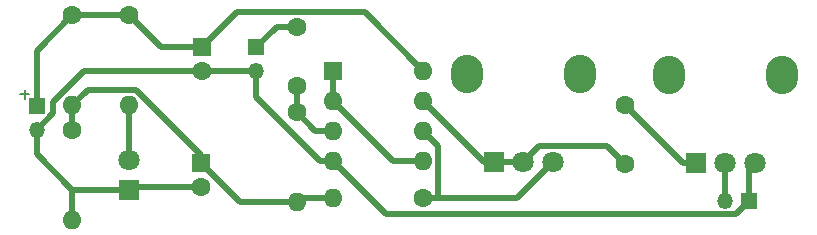
<source format=gbr>
%TF.GenerationSoftware,KiCad,Pcbnew,8.0.3*%
%TF.CreationDate,2024-07-24T13:51:14+03:00*%
%TF.ProjectId,TPA-1,5450412d-312e-46b6-9963-61645f706362,rev?*%
%TF.SameCoordinates,Original*%
%TF.FileFunction,Copper,L2,Bot*%
%TF.FilePolarity,Positive*%
%FSLAX46Y46*%
G04 Gerber Fmt 4.6, Leading zero omitted, Abs format (unit mm)*
G04 Created by KiCad (PCBNEW 8.0.3) date 2024-07-24 13:51:14*
%MOMM*%
%LPD*%
G01*
G04 APERTURE LIST*
%ADD10C,0.150000*%
%TA.AperFunction,NonConductor*%
%ADD11C,0.150000*%
%TD*%
%TA.AperFunction,ComponentPad*%
%ADD12R,1.350000X1.350000*%
%TD*%
%TA.AperFunction,ComponentPad*%
%ADD13O,1.350000X1.350000*%
%TD*%
%TA.AperFunction,ComponentPad*%
%ADD14R,1.600000X1.600000*%
%TD*%
%TA.AperFunction,ComponentPad*%
%ADD15C,1.600000*%
%TD*%
%TA.AperFunction,ComponentPad*%
%ADD16O,2.720000X3.240000*%
%TD*%
%TA.AperFunction,ComponentPad*%
%ADD17R,1.800000X1.800000*%
%TD*%
%TA.AperFunction,ComponentPad*%
%ADD18C,1.800000*%
%TD*%
%TA.AperFunction,ComponentPad*%
%ADD19O,1.600000X1.600000*%
%TD*%
%TA.AperFunction,Conductor*%
%ADD20C,0.500000*%
%TD*%
G04 APERTURE END LIST*
D10*
D11*
X65088866Y-115063220D02*
X65088866Y-114301316D01*
X65469819Y-114682268D02*
X64707914Y-114682268D01*
D12*
%TO.P,J3,1,Pin_1*%
%TO.N,GND*%
X126400000Y-123700000D03*
D13*
%TO.P,J3,2,Pin_2*%
%TO.N,Net-(J3-Pin_2)*%
X124400000Y-123700000D03*
%TD*%
D14*
%TO.P,C2,1*%
%TO.N,+9V*%
X80100000Y-110700000D03*
D15*
%TO.P,C2,2*%
%TO.N,GND*%
X80100000Y-112700000D03*
%TD*%
D16*
%TO.P,RV1,*%
%TO.N,*%
X102500000Y-112925000D03*
X112100000Y-112925000D03*
D17*
%TO.P,RV1,1,1*%
%TO.N,Net-(C4-Pad1)*%
X104800000Y-120425000D03*
D18*
%TO.P,RV1,2,2*%
X107300000Y-120425000D03*
%TO.P,RV1,3,3*%
%TO.N,Net-(U1B--)*%
X109800000Y-120425000D03*
%TD*%
D15*
%TO.P,R5,1*%
%TO.N,Net-(U1B--)*%
X98810000Y-123500000D03*
D19*
%TO.P,R5,2*%
%TO.N,+4.5V*%
X91190000Y-123500000D03*
%TD*%
D15*
%TO.P,C4,1*%
%TO.N,Net-(C4-Pad1)*%
X115900000Y-120600000D03*
%TO.P,C4,2*%
%TO.N,Net-(C4-Pad2)*%
X115900000Y-115600000D03*
%TD*%
D12*
%TO.P,J2,1,Pin_1*%
%TO.N,Net-(J2-Pin_1)*%
X84700000Y-110700000D03*
D13*
%TO.P,J2,2,Pin_2*%
%TO.N,GND*%
X84700000Y-112700000D03*
%TD*%
D15*
%TO.P,R4,1*%
%TO.N,Net-(U1A-+)*%
X88100000Y-116190000D03*
D19*
%TO.P,R4,2*%
%TO.N,+4.5V*%
X88100000Y-123810000D03*
%TD*%
D15*
%TO.P,R1,1*%
%TO.N,+9V*%
X69100000Y-107980000D03*
D19*
%TO.P,R1,2*%
%TO.N,+4.5V*%
X69100000Y-115600000D03*
%TD*%
D15*
%TO.P,R2,1*%
%TO.N,+4.5V*%
X69100000Y-117700000D03*
D19*
%TO.P,R2,2*%
%TO.N,GND*%
X69100000Y-125320000D03*
%TD*%
D15*
%TO.P,R3,1*%
%TO.N,+9V*%
X73900000Y-108000000D03*
D19*
%TO.P,R3,2*%
%TO.N,Net-(D1-A)*%
X73900000Y-115620000D03*
%TD*%
D12*
%TO.P,J1,1,Pin_1*%
%TO.N,+9V*%
X66100000Y-115700000D03*
D13*
%TO.P,J1,2,Pin_2*%
%TO.N,GND*%
X66100000Y-117700000D03*
%TD*%
D15*
%TO.P,C3,1*%
%TO.N,Net-(J2-Pin_1)*%
X88100000Y-109000000D03*
%TO.P,C3,2*%
%TO.N,Net-(U1A-+)*%
X88100000Y-114000000D03*
%TD*%
D14*
%TO.P,U1,1*%
%TO.N,Net-(U1A--)*%
X91200000Y-112700000D03*
D19*
%TO.P,U1,2,-*%
X91200000Y-115240000D03*
%TO.P,U1,3,+*%
%TO.N,Net-(U1A-+)*%
X91200000Y-117780000D03*
%TO.P,U1,4,V-*%
%TO.N,GND*%
X91200000Y-120320000D03*
%TO.P,U1,5,+*%
%TO.N,Net-(U1A--)*%
X98820000Y-120320000D03*
%TO.P,U1,6,-*%
%TO.N,Net-(U1B--)*%
X98820000Y-117780000D03*
%TO.P,U1,7*%
%TO.N,Net-(C4-Pad1)*%
X98820000Y-115240000D03*
%TO.P,U1,8,V+*%
%TO.N,+9V*%
X98820000Y-112700000D03*
%TD*%
D17*
%TO.P,D1,1,K*%
%TO.N,GND*%
X73900000Y-122775000D03*
D18*
%TO.P,D1,2,A*%
%TO.N,Net-(D1-A)*%
X73900000Y-120235000D03*
%TD*%
D16*
%TO.P,RV2,*%
%TO.N,*%
X119600000Y-113025000D03*
X129200000Y-113025000D03*
D17*
%TO.P,RV2,1,1*%
%TO.N,Net-(C4-Pad2)*%
X121900000Y-120525000D03*
D18*
%TO.P,RV2,2,2*%
%TO.N,Net-(J3-Pin_2)*%
X124400000Y-120525000D03*
%TO.P,RV2,3,3*%
%TO.N,GND*%
X126900000Y-120525000D03*
%TD*%
D14*
%TO.P,C1,1*%
%TO.N,+4.5V*%
X80000000Y-120500000D03*
D15*
%TO.P,C1,2*%
%TO.N,GND*%
X80000000Y-122500000D03*
%TD*%
D20*
%TO.N,GND*%
X73900000Y-122775000D02*
X69100000Y-122775000D01*
X69100000Y-122775000D02*
X69100000Y-125320000D01*
X125275000Y-124825000D02*
X126400000Y-123700000D01*
X66100000Y-117700000D02*
X66100000Y-119775000D01*
X67500000Y-116300000D02*
X66100000Y-117700000D01*
X95705000Y-124825000D02*
X125275000Y-124825000D01*
X91200000Y-120320000D02*
X95705000Y-124825000D01*
X70100000Y-112700000D02*
X67500000Y-115300000D01*
X90068630Y-120320000D02*
X84700000Y-114951370D01*
X80000000Y-122500000D02*
X74175000Y-122500000D01*
X84700000Y-112700000D02*
X80100000Y-112700000D01*
X74175000Y-122500000D02*
X73900000Y-122775000D01*
X66100000Y-119775000D02*
X69100000Y-122775000D01*
X126400000Y-121025000D02*
X126900000Y-120525000D01*
X91200000Y-120320000D02*
X90068630Y-120320000D01*
X67500000Y-115300000D02*
X67500000Y-116300000D01*
X126400000Y-123700000D02*
X126400000Y-121025000D01*
X80100000Y-112700000D02*
X70100000Y-112700000D01*
X84700000Y-114951370D02*
X84700000Y-112700000D01*
%TO.N,+4.5V*%
X88410000Y-123500000D02*
X88100000Y-123810000D01*
X91190000Y-123500000D02*
X88410000Y-123500000D01*
X69100000Y-115600000D02*
X69100000Y-117700000D01*
X74473884Y-114300000D02*
X80000000Y-119826116D01*
X83310000Y-123810000D02*
X80000000Y-120500000D01*
X80000000Y-119826116D02*
X80000000Y-120500000D01*
X88100000Y-123810000D02*
X83310000Y-123810000D01*
X69100000Y-115600000D02*
X70400000Y-114300000D01*
X70400000Y-114300000D02*
X74473884Y-114300000D01*
%TO.N,+9V*%
X66100000Y-110980000D02*
X69100000Y-107980000D01*
X83050000Y-107750000D02*
X93870000Y-107750000D01*
X66100000Y-115700000D02*
X66100000Y-110980000D01*
X80100000Y-110700000D02*
X76600000Y-110700000D01*
X76600000Y-110700000D02*
X73900000Y-108000000D01*
X73900000Y-108000000D02*
X69120000Y-108000000D01*
X93870000Y-107750000D02*
X98820000Y-112700000D01*
X80100000Y-110700000D02*
X83050000Y-107750000D01*
X69120000Y-108000000D02*
X69100000Y-107980000D01*
%TO.N,Net-(U1A-+)*%
X89690000Y-117780000D02*
X88100000Y-116190000D01*
X91200000Y-117780000D02*
X89690000Y-117780000D01*
X88100000Y-114000000D02*
X88100000Y-116190000D01*
%TO.N,Net-(J2-Pin_1)*%
X86400000Y-109000000D02*
X84700000Y-110700000D01*
X84700000Y-110700000D02*
X85000000Y-110700000D01*
X88100000Y-109000000D02*
X86400000Y-109000000D01*
%TO.N,Net-(C4-Pad1)*%
X114375000Y-119075000D02*
X108650000Y-119075000D01*
X115900000Y-120600000D02*
X114375000Y-119075000D01*
X108650000Y-119075000D02*
X107300000Y-120425000D01*
X104800000Y-120425000D02*
X104005000Y-120425000D01*
X107300000Y-120425000D02*
X104800000Y-120425000D01*
X104005000Y-120425000D02*
X98820000Y-115240000D01*
%TO.N,Net-(C4-Pad2)*%
X115900000Y-115600000D02*
X120825000Y-120525000D01*
X120825000Y-120525000D02*
X121900000Y-120525000D01*
%TO.N,Net-(D1-A)*%
X73900000Y-115620000D02*
X73900000Y-120235000D01*
%TO.N,Net-(J3-Pin_2)*%
X124400000Y-123700000D02*
X124400000Y-120525000D01*
%TO.N,Net-(U1B--)*%
X109800000Y-120425000D02*
X106725000Y-123500000D01*
X100070000Y-123500000D02*
X100070000Y-119030000D01*
X106725000Y-123500000D02*
X98810000Y-123500000D01*
X98810000Y-123500000D02*
X100070000Y-123500000D01*
X100070000Y-119030000D02*
X98820000Y-117780000D01*
%TO.N,Net-(U1A--)*%
X98820000Y-120320000D02*
X96280000Y-120320000D01*
X96280000Y-120320000D02*
X91200000Y-115240000D01*
X91200000Y-112700000D02*
X91200000Y-115240000D01*
%TD*%
M02*

</source>
